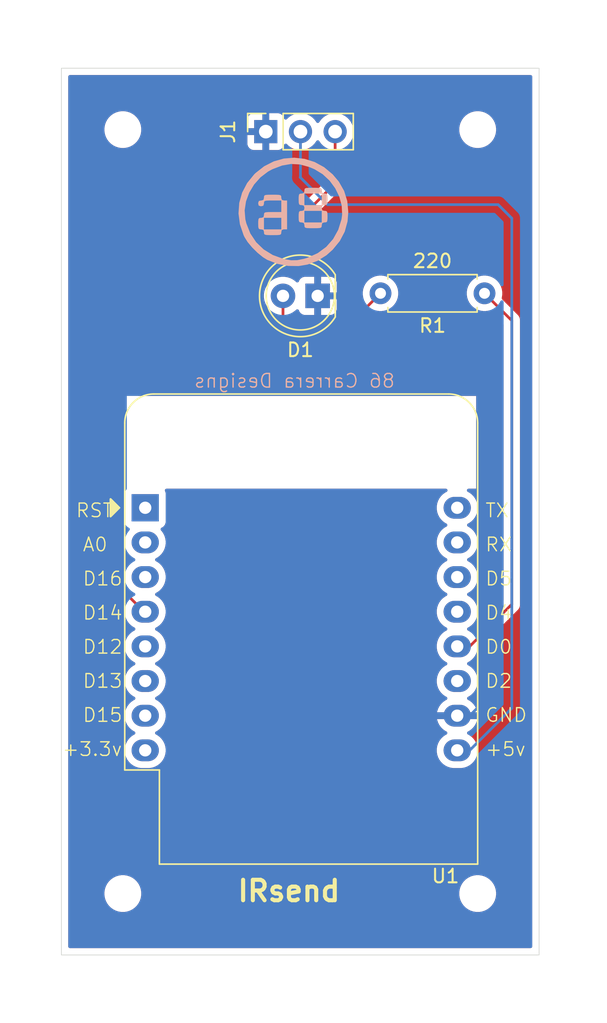
<source format=kicad_pcb>
(kicad_pcb (version 20241229) (generator "pcbnew") (generator_version "9.0")
  (layers (0 "F.Cu" signal) (2 "B.Cu" signal) (13 "F.Paste" user) (15 "B.Paste" user) (5 "F.SilkS" user "F.Silkscreen") (7 "B.SilkS" user "B.Silkscreen") (1 "F.Mask" user) (3 "B.Mask" user) (25 "Edge.Cuts" user))
  (net 0 "")
  (net 1 "GND")
  (net 2 "Net-(D1-A)")
  (net 3 "Net-(J1-Pin_3)")
  (net 4 "Net-(J1-Pin_2)")
  (net 5 "Net-(U1-D0)")
  (footprint "RF_Module:WEMOS_D1_mini_light" (layer "F.Cu") (at 156.14 102.22)
    (property "Reference" "U1" (at 22 27 0) (layer "F.SilkS"))
    (property "Value" "WEMOS_D1_mini_V4")
    (fp_line (start -1.5 19.22) (end -1.5 -6.21) (stroke (width 0.12)) (layer "F.SilkS"))
    (fp_line (start -1.5 19.22) (end 1.04 19.22) (stroke (width 0.12)) (layer "F.SilkS"))
    (fp_line (start 1.04 19.22) (end 1.04 26.12) (stroke (width 0.12)) (layer "F.SilkS"))
    (fp_line (start 1.04 26.12) (end 24.36 26.12) (stroke (width 0.12)) (layer "F.SilkS"))
    (fp_line (start 22.24 -8.34) (end 0.63 -8.34) (stroke (width 0.12)) (layer "F.SilkS"))
    (fp_line (start 24.36 26.12) (end 24.36 -6.21) (stroke (width 0.12)) (layer "F.SilkS"))
    (fp_arc (start -1.5 -6.21) (mid -0.876137 -7.716137) (end 0.63 -8.34) (stroke (width 0.12)) (layer "F.SilkS"))
    (fp_arc (start 22.23 -8.34) (mid 23.736137 -7.716137) (end 24.36 -6.21) (stroke (width 0.12)) (layer "F.SilkS"))
    (fp_poly (pts (xy -2.54 -0.635) (xy -2.54 0.635) (xy -1.905 0)) (stroke (width 0.15)) (fill yes) (layer "F.SilkS"))
    (pad "1" thru_hole rect (at 0 0) (size 2 2) (drill 0.9) (layers "*.Cu" "*.Mask"))
    (pad "2" thru_hole oval (at 0 2.54) (size 2 1.6) (drill 0.9) (layers "*.Cu" "*.Mask"))
    (pad "3" thru_hole oval (at 0 5.08) (size 2 1.6) (drill 0.9) (layers "*.Cu" "*.Mask"))
    (pad "4" thru_hole oval (at 0 7.62) (size 2 1.6) (drill 0.9) (layers "*.Cu" "*.Mask") (net 3 "Net-(J1-Pin_3)"))
    (pad "5" thru_hole oval (at 0 10.16) (size 2 1.6) (drill 0.9) (layers "*.Cu" "*.Mask"))
    (pad "6" thru_hole oval (at 0 12.7) (size 2 1.6) (drill 0.9) (layers "*.Cu" "*.Mask"))
    (pad "7" thru_hole oval (at 0 15.24) (size 2 1.6) (drill 0.9) (layers "*.Cu" "*.Mask"))
    (pad "8" thru_hole oval (at 0 17.78) (size 2 1.6) (drill 0.9) (layers "*.Cu" "*.Mask"))
    (pad "9" thru_hole oval (at 22.86 17.78) (size 2 1.6) (drill 0.9) (layers "*.Cu" "*.Mask") (net 4 "Net-(J1-Pin_2)"))
    (pad "10" thru_hole oval (at 22.86 15.24) (size 2 1.6) (drill 0.9) (layers "*.Cu" "*.Mask") (net 1 "GND"))
    (pad "11" thru_hole oval (at 22.86 12.7) (size 2 1.6) (drill 0.9) (layers "*.Cu" "*.Mask"))
    (pad "12" thru_hole oval (at 22.86 10.16) (size 2 1.6) (drill 0.9) (layers "*.Cu" "*.Mask") (net 5 "Net-(U1-D0)"))
    (pad "13" thru_hole oval (at 22.86 7.62) (size 2 1.6) (drill 0.9) (layers "*.Cu" "*.Mask"))
    (pad "14" thru_hole oval (at 22.86 5.08) (size 2 1.6) (drill 0.9) (layers "*.Cu" "*.Mask"))
    (pad "15" thru_hole oval (at 22.86 2.54) (size 2 1.6) (drill 0.9) (layers "*.Cu" "*.Mask"))
    (pad "16" thru_hole oval (at 22.86 0) (size 2 1.6) (drill 0.9) (layers "*.Cu" "*.Mask"))
    (zone (net 0) (net_name "") (layers "F.Cu" "B.Cu" "Dwgs.User") (name "No Copper") (connect_pads (clearance 0)) (min_thickness 0.25)
      (keepout (tracks not_allowed) (vias not_allowed) (pads not_allowed) (copperpour not_allowed) (footprints not_allowed))
      (fill (thermal_gap 0.5) (thermal_bridge_width 0.5))
      (polygon (pts (xy 154.79 94.02) (xy 180.39 94.02) (xy 180.39 100.82) (xy 154.79 100.82)))
    )
  )
  (footprint "MountingHole:MountingHole_2.2mm_M2_ISO7380" (layer "F.Cu") (at 154.5 130.5)
    (property "Reference" "REF**" (hide yes))
    (property "Value" "MountingHole_2.2mm_M2_ISO7380" (hide yes))
    (pad "" np_thru_hole circle (at 0 0) (size 2.2 2.2) (drill 2.2) (layers "*.Cu" "*.Mask"))
  )
  (footprint "MountingHole:MountingHole_2.2mm_M2_ISO7380" (layer "F.Cu") (at 180.5 74.5)
    (property "Reference" "REF**" (hide yes))
    (property "Value" "MountingHole_2.2mm_M2_ISO7380" (hide yes))
    (pad "" np_thru_hole circle (at 0 0) (size 2.2 2.2) (drill 2.2) (layers "*.Cu" "*.Mask"))
  )
  (footprint "MountingHole:MountingHole_2.2mm_M2_ISO7380" (layer "F.Cu") (at 154.5 74.5)
    (property "Reference" "REF**" (hide yes))
    (property "Value" "MountingHole_2.2mm_M2_ISO7380" (hide yes))
    (pad "" np_thru_hole circle (at 0 0) (size 2.2 2.2) (drill 2.2) (layers "*.Cu" "*.Mask"))
  )
  (footprint "MountingHole:MountingHole_2.2mm_M2_ISO7380" (layer "F.Cu") (at 180.5 130.5)
    (property "Reference" "REF**" (hide yes))
    (property "Value" "MountingHole_2.2mm_M2_ISO7380" (hide yes))
    (pad "" np_thru_hole circle (at 0 0) (size 2.2 2.2) (drill 2.2) (layers "*.Cu" "*.Mask"))
  )
  (footprint "Resistor_THT:R_Axial_DIN0207_L6.3mm_D2.5mm_P7.62mm_Horizontal" (layer "F.Cu") (at 181 86.5 180)
    (property "Reference" "R1" (at 3.81 -2.37 0) (layer "F.SilkS"))
    (property "Value" "220" (at 3.81 2.37 0) (layer "F.SilkS"))
    (fp_line (start 7.08 1.37) (end 7.08 1.04) (stroke (width 0.12)) (layer "F.SilkS"))
    (fp_line (start 7.08 -1.37) (end 7.08 -1.04) (stroke (width 0.12)) (layer "F.SilkS"))
    (fp_line (start 0.54 1.37) (end 7.08 1.37) (stroke (width 0.12)) (layer "F.SilkS"))
    (fp_line (start 0.54 1.04) (end 0.54 1.37) (stroke (width 0.12)) (layer "F.SilkS"))
    (fp_line (start 0.54 -1.04) (end 0.54 -1.37) (stroke (width 0.12)) (layer "F.SilkS"))
    (fp_line (start 0.54 -1.37) (end 7.08 -1.37) (stroke (width 0.12)) (layer "F.SilkS"))
    (pad "1" thru_hole circle (at 0 0 180) (size 1.6 1.6) (drill 0.8) (layers "*.Cu" "*.Mask") (net 5 "Net-(U1-D0)"))
    (pad "2" thru_hole oval (at 7.62 0 180) (size 1.6 1.6) (drill 0.8) (layers "*.Cu" "*.Mask") (net 2 "Net-(D1-A)"))
  )
  (footprint "LED_THT:LED_D5.0mm" (layer "F.Cu") (at 168.775 86.688024 180)
    (property "Reference" "D1" (at 1.27 -3.96 0) (layer "F.SilkS"))
    (property "Value" "LED")
    (fp_line (start -1.29 -1.545) (end -1.29 1.545) (stroke (width 0.12)) (layer "F.SilkS"))
    (fp_arc (start 4.26 0.000048) (mid 2.071756 2.880501) (end -1.29 1.54483) (stroke (width 0.12)) (layer "F.SilkS"))
    (fp_arc (start -1.29 -1.54483) (mid 2.071756 -2.880501) (end 4.26 -0.000048) (stroke (width 0.12)) (layer "F.SilkS"))
    (fp_circle (center 1.27 0) (end 3.77 0) (stroke (width 0.12)) (fill no) (layer "F.SilkS"))
    (pad "1" thru_hole rect (at 0 0 180) (size 1.8 1.8) (drill 0.9) (layers "*.Cu" "*.Mask") (net 1 "GND"))
    (pad "2" thru_hole circle (at 2.54 0 180) (size 1.8 1.8) (drill 0.9) (layers "*.Cu" "*.Mask") (net 2 "Net-(D1-A)"))
  )
  (footprint "Connector_PinSocket_2.54mm:PinSocket_1x03_P2.54mm_Vertical" (layer "F.Cu") (at 164.975 74.648024 90)
    (property "Reference" "J1" (at 0 -2.77 90) (layer "F.SilkS"))
    (property "Value" "Conn_01x03_Pin" (hide yes))
    (fp_line (start 1.33 -1.33) (end 1.33 0) (stroke (width 0.12)) (layer "F.SilkS"))
    (fp_line (start 0 -1.33) (end 1.33 -1.33) (stroke (width 0.12)) (layer "F.SilkS"))
    (fp_line (start 1.33 1.27) (end 1.33 6.41) (stroke (width 0.12)) (layer "F.SilkS"))
    (fp_line (start -1.33 1.27) (end 1.33 1.27) (stroke (width 0.12)) (layer "F.SilkS"))
    (fp_line (start -1.33 1.27) (end -1.33 6.41) (stroke (width 0.12)) (layer "F.SilkS"))
    (fp_line (start -1.33 6.41) (end 1.33 6.41) (stroke (width 0.12)) (layer "F.SilkS"))
    (pad "1" thru_hole rect (at 0 0 90) (size 1.7 1.7) (drill 1) (layers "*.Cu" "*.Mask") (net 1 "GND"))
    (pad "2" thru_hole oval (at 0 2.54 90) (size 1.7 1.7) (drill 1) (layers "*.Cu" "*.Mask") (net 4 "Net-(J1-Pin_2)"))
    (pad "3" thru_hole oval (at 0 5.08 90) (size 1.7 1.7) (drill 1) (layers "*.Cu" "*.Mask") (net 3 "Net-(J1-Pin_3)"))
  )
  (footprint "86CarreraLogo:86CarreraLogo" (layer "B.Cu") (at 167 80.5 180)
    (property "Reference" "G***" (hide yes))
    (property "Value" "LOGO" (hide yes))
    (fp_poly (pts (xy 0.699115 3.879932) (xy 1.439804 3.671204) (xy 2.140869 3.315541) (xy 2.781677 2.812944) (xy 2.876583 2.719556) (xy 3.393461 2.081476) (xy 3.759027 1.379358) (xy 3.970653 0.630199) (xy 4.025713 -0.149006) (xy 3.921578 -0.941261) (xy 3.655622 -1.729568) (xy 3.587058 -1.876517) (xy 3.357086 -2.242673) (xy 3.024134 -2.641884) (xy 2.634632 -3.027515) (xy 2.235008 -3.35293) (xy 1.925206 -3.545759) (xy 1.183091 -3.837597) (xy 0.401282 -3.991541) (xy -0.380095 -4.002912) (xy -1.035936 -3.891144) (xy -1.768792 -3.618611) (xy -2.420838 -3.210877) (xy -2.876584 -2.804221) (xy -3.398331 -2.168787) (xy -3.760167 -1.480442) (xy -3.965537 -0.730855) (xy -4.005277 -0.225285) (xy -3.569574 -0.225285) (xy -3.522962 -0.571275) (xy -3.282353 -1.344814) (xy -2.904802 -2.023555) (xy -2.400201 -2.597047) (xy -1.778439 -3.054838) (xy -1.049407 -3.386476) (xy -0.781936 -3.467811) (xy -0.280372 -3.5701) (xy 0.172915 -3.578122) (xy 0.666225 -3.49212) (xy 0.745633 -3.472038) (xy 1.516355 -3.191123) (xy 2.18062 -2.782127) (xy 2.729769 -2.254093) (xy 3.155143 -1.616066) (xy 3.448083 -0.877088) (xy 3.522961 -0.571275) (xy 3.574097 0.07861) (xy 3.474305 0.73743) (xy 3.238154 1.378285) (xy 2.880214 1.974275) (xy 2.415054 2.498499) (xy 1.857246 2.924057) (xy 1.536095 3.097102) (xy 0.835692 3.364241) (xy 0.176614 3.480427) (xy -0.474292 3.445613) (xy -1.15018 3.259755) (xy -1.545277 3.092807) (xy -2.137223 2.732706) (xy -2.647264 2.258535) (xy -3.060458 1.697972) (xy -3.361868 1.078695) (xy -3.536553 0.428383) (xy -3.569574 -0.225285) (xy -4.005277 -0.225285) (xy -4.019658 -0.042333) (xy -3.944033 0.7656) (xy -3.714862 1.505242) (xy -3.328697 2.184922) (xy -2.876584 2.719556) (xy -2.24725 3.2455) (xy -1.554381 3.62451) (xy -0.81861 3.856585) (xy -0.060567 3.941726)) (fill yes) (layer "B.SilkS"))
    (fp_poly (pts (xy 1.846987 1.22503) (xy 2.036315 1.20919) (xy 2.127651 1.168258) (xy 2.156665 1.090345) (xy 2.158999 1.016001) (xy 2.193969 0.854879) (xy 2.331659 0.805228) (xy 2.370666 0.804334) (xy 2.531788 0.769365) (xy 2.581439 0.631674) (xy 2.582333 0.592667) (xy 2.547363 0.431546) (xy 2.409673 0.381895) (xy 2.370666 0.381001) (xy 2.209544 0.41597) (xy 2.159893 0.553661) (xy 2.158999 0.592667) (xy 2.151085 0.70033) (xy 2.103565 0.763439) (xy 1.980771 0.793885) (xy 1.747033 0.803556) (xy 1.523999 0.804334) (xy 0.888999 0.804334) (xy 0.888999 0.381001) (xy 0.888999 -0.042333) (xy 1.523999 -0.042333) (xy 1.846987 -0.04497) (xy 2.036315 -0.06081) (xy 2.127651 -0.101742) (xy 2.156665 -0.179655) (xy 2.158999 -0.253999) (xy 2.193969 -0.415121) (xy 2.331659 -0.464772) (xy 2.370666 -0.465666) (xy 2.496288 -0.479391) (xy 2.558958 -0.549436) (xy 2.580327 -0.719106) (xy 2.582333 -0.888999) (xy 2.57547 -1.140243) (xy 2.540447 -1.265583) (xy 2.455613 -1.308322) (xy 2.370666 -1.312333) (xy 2.209544 -1.347302) (xy 2.159893 -1.484992) (xy 2.158999 -1.523999) (xy 2.151085 -1.631662) (xy 2.103565 -1.694771) (xy 1.980771 -1.725216) (xy 1.747033 -1.734888) (xy 1.523999 -1.735666) (xy 1.201012 -1.733028) (xy 1.011684 -1.717188) (xy 0.920347 -1.676256) (xy 0.891333 -1.598344) (xy 0.888999 -1.523999) (xy 0.85403 -1.362877) (xy 0.716339 -1.313226) (xy 0.677333 -1.312333) (xy 0.465666 -1.312333) (xy 0.465666 -0.888999) (xy 0.888999 -0.888999) (xy 0.888999 -1.312333) (xy 1.523999 -1.312333) (xy 2.158999 -1.312333) (xy 2.158999 -0.888999) (xy 2.158999 -0.465666) (xy 1.523999 -0.465666) (xy 0.888999 -0.465666) (xy 0.888999 -0.888999) (xy 0.465666 -0.888999) (xy 0.465666 -0.253999) (xy 0.465666 0.804334) (xy 0.677333 0.804334) (xy 0.838454 0.839304) (xy 0.888105 0.976994) (xy 0.888999 1.016001) (xy 0.896913 1.123663) (xy 0.944433 1.186773) (xy 1.067228 1.217218) (xy 1.300966 1.226889) (xy 1.523999 1.227667)) (fill yes) (layer "B.SilkS"))
    (fp_poly (pts (xy -1.116347 1.73303) (xy -0.927019 1.71719) (xy -0.835682 1.676258) (xy -0.806668 1.598345) (xy -0.804334 1.524001) (xy -0.769365 1.362879) (xy -0.631674 1.313228) (xy -0.592667 1.312334) (xy -0.467045 1.298609) (xy -0.404376 1.228564) (xy -0.383006 1.058894) (xy -0.381001 0.889001) (xy -0.387863 0.637757) (xy -0.422886 0.512417) (xy -0.507721 0.469678) (xy -0.592667 0.465667) (xy -0.753789 0.430698) (xy -0.80344 0.293008) (xy -0.804334 0.254001) (xy -0.769365 0.092879) (xy -0.631674 0.043228) (xy -0.592667 0.042334) (xy -0.467045 0.028609) (xy -0.404376 -0.041436) (xy -0.383006 -0.211106) (xy -0.381001 -0.380999) (xy -0.387863 -0.632243) (xy -0.422886 -0.757583) (xy -0.507721 -0.800322) (xy -0.592667 -0.804333) (xy -0.753789 -0.839302) (xy -0.80344 -0.976992) (xy -0.804334 -1.015999) (xy -0.812248 -1.123662) (xy -0.859768 -1.186771) (xy -0.982563 -1.217216) (xy -1.216301 -1.226888) (xy -1.439334 -1.227666) (xy -1.762322 -1.225028) (xy -1.95165 -1.209188) (xy -2.042986 -1.168256) (xy -2.072 -1.090344) (xy -2.074334 -1.015999) (xy -2.109304 -0.854877) (xy -2.246994 -0.805226) (xy -2.286001 -0.804333) (xy -2.411623 -0.790607) (xy -2.474293 -0.720562) (xy -2.495662 -0.550893) (xy -2.497667 -0.380999) (xy -2.074334 -0.380999) (xy -2.074334 -0.804333) (xy -1.439334 -0.804333) (xy -0.804334 -0.804333) (xy -0.804334 -0.380999) (xy -0.804334 0.042334) (xy -1.439334 0.042334) (xy -2.074334 0.042334) (xy -2.074334 -0.380999) (xy -2.497667 -0.380999) (xy -2.490805 -0.129755) (xy -2.455782 -0.004415) (xy -2.370948 0.038324) (xy -2.286001 0.042334) (xy -2.124879 0.077304) (xy -2.075228 0.214994) (xy -2.074334 0.254001) (xy -2.109304 0.415123) (xy -2.246994 0.464774) (xy -2.286001 0.465667) (xy -2.411623 0.479393) (xy -2.474293 0.549438) (xy -2.495662 0.719107) (xy -2.497667 0.889001) (xy -2.074334 0.889001) (xy -2.074334 0.465667) (xy -1.439334 0.465667) (xy -0.804334 0.465667) (xy -0.804334 0.889001) (xy -0.804334 1.312334) (xy -1.439334 1.312334) (xy -2.074334 1.312334) (xy -2.074334 0.889001) (xy -2.497667 0.889001) (xy -2.490805 1.140245) (xy -2.455782 1.265585) (xy -2.370948 1.308324) (xy -2.286001 1.312334) (xy -2.124879 1.347304) (xy -2.075228 1.484994) (xy -2.074334 1.524001) (xy -2.06642 1.631663) (xy -2.0189 1.694773) (xy -1.896106 1.725218) (xy -1.662368 1.734889) (xy -1.439334 1.735667)) (fill yes) (layer "B.SilkS"))
  )
  (gr_rect (start 150 70) (end 185 135) (stroke (width 0.05)) (fill no) (layer "Edge.Cuts"))
  (gr_text "RX" (at 181 105.5 0) (layer "F.SilkS") (effects (font (size 1 1) (thickness 0.1)) (justify left bottom)))
  (gr_text "RST" (at 151 103 0) (layer "F.SilkS") (effects (font (size 1 1) (thickness 0.1)) (justify left bottom)))
  (gr_text "+3.3v" (at 150 120.5 0) (layer "F.SilkS") (effects (font (size 1 1) (thickness 0.1)) (justify left bottom)))
  (gr_text "D0" (at 181 113 0) (layer "F.SilkS") (effects (font (size 1 1) (thickness 0.1)) (justify left bottom)))
  (gr_text "+5v" (at 181 120.5 0) (layer "F.SilkS") (effects (font (size 1 1) (thickness 0.1)) (justify left bottom)))
  (gr_text "D16" (at 151.5 108 0) (layer "F.SilkS") (effects (font (size 1 1) (thickness 0.1)) (justify left bottom)))
  (gr_text "D5" (at 181 108 0) (layer "F.SilkS") (effects (font (size 1 1) (thickness 0.1)) (justify left bottom)))
  (gr_text "A0" (at 151.5 105.5 0) (layer "F.SilkS") (effects (font (size 1 1) (thickness 0.1)) (justify left bottom)))
  (gr_text "D15" (at 151.5 118 0) (layer "F.SilkS") (effects (font (size 1 1) (thickness 0.1)) (justify left bottom)))
  (gr_text "TX" (at 181 103 0) (layer "F.SilkS") (effects (font (size 1 1) (thickness 0.1)) (justify left bottom)))
  (gr_text "D2" (at 181 115.5 0) (layer "F.SilkS") (effects (font (size 1 1) (thickness 0.1)) (justify left bottom)))
  (gr_text "D14" (at 151.5 110.5 0) (layer "F.SilkS") (effects (font (size 1 1) (thickness 0.1)) (justify left bottom)))
  (gr_text "IRsend" (at 162.758214 131.188024 0) (layer "F.SilkS") (effects (font (size 1.5 1.5) (thickness 0.3) (bold yes)) (justify left bottom)))
  (gr_text "D4" (at 181 110.5 0) (layer "F.SilkS") (effects (font (size 1 1) (thickness 0.1)) (justify left bottom)))
  (gr_text "D12" (at 151.5 113 0) (layer "F.SilkS") (effects (font (size 1 1) (thickness 0.1)) (justify left bottom)))
  (gr_text "GND" (at 181 118 0) (layer "F.SilkS") (effects (font (size 1 1) (thickness 0.1)) (justify left bottom)))
  (gr_text "D13" (at 151.5 115.5 0) (layer "F.SilkS") (effects (font (size 1 1) (thickness 0.1)) (justify left bottom)))
  (gr_text "86 Carrera Designs" (at 174.5 93.5 0) (layer "B.SilkS") (effects (font (size 1 1) (thickness 0.1)) (justify left bottom mirror)))
  (segment (start 168.775 86.688024) (end 168.775 81.775) (width 0.2) (layer "B.Cu") (net 1))
  (segment (start 168.775 81.775) (end 164.975 77.975) (width 0.2) (layer "B.Cu") (net 1))
  (segment (start 170.5 91.5) (end 168.775 89.775) (width 0.2) (layer "B.Cu") (net 1))
  (segment (start 182 93.5) (end 180 91.5) (width 0.2) (layer "B.Cu") (net 1))
  (segment (start 179.415 117.96) (end 182 115.375) (width 0.2) (layer "B.Cu") (net 1))
  (segment (start 180 91.5) (end 170.5 91.5) (width 0.2) (layer "B.Cu") (net 1))
  (segment (start 164.975 77.975) (end 164.975 74.648024) (width 0.2) (layer "B.Cu") (net 1))
  (segment (start 168.775 89.775) (end 168.775 86.688024) (width 0.2) (layer "B.Cu") (net 1))
  (segment (start 182 115.375) (end 182 93.5) (width 0.2) (layer "B.Cu") (net 1))
  (segment (start 166.235 86.688024) (end 166.235 88.235) (width 0.2) (layer "F.Cu") (net 2))
  (segment (start 166.235 88.235) (end 167 89) (width 0.2) (layer "F.Cu") (net 2))
  (segment (start 167 89) (end 170.88 89) (width 0.2) (layer "F.Cu") (net 2))
  (segment (start 170.88 89) (end 173.38 86.5) (width 0.2) (layer "F.Cu") (net 2))
  (segment (start 170.055 78.445) (end 154 94.5) (width 0.2) (layer "F.Cu") (net 3))
  (segment (start 154 107.785) (end 156.555 110.34) (width 0.2) (layer "F.Cu") (net 3))
  (segment (start 170.055 74.648024) (end 170.055 78.445) (width 0.2) (layer "F.Cu") (net 3))
  (segment (start 154 94.5) (end 154 107.785) (width 0.2) (layer "F.Cu") (net 3))
  (segment (start 183 81) (end 182 80) (width 0.2) (layer "B.Cu") (net 4))
  (segment (start 183 116.915) (end 183 81) (width 0.2) (layer "B.Cu") (net 4))
  (segment (start 167.515 77.985) (end 167.515 74.648024) (width 0.2) (layer "B.Cu") (net 4))
  (segment (start 179.415 120.5) (end 183 116.915) (width 0.2) (layer "B.Cu") (net 4))
  (segment (start 167.5 78) (end 167.515 77.985) (width 0.2) (layer "B.Cu") (net 4))
  (segment (start 182 80) (end 169.5 80) (width 0.2) (layer "B.Cu") (net 4))
  (segment (start 169.5 80) (end 167.5 78) (width 0.2) (layer "B.Cu") (net 4))
  (segment (start 183 88.5) (end 181 86.5) (width 0.2) (layer "F.Cu") (net 5))
  (segment (start 179.415 112.88) (end 183 109.295) (width 0.2) (layer "F.Cu") (net 5))
  (segment (start 183 109.295) (end 183 88.5) (width 0.2) (layer "F.Cu") (net 5))
  (zone (net 1) (net_name "GND") (layers "F.Cu" "B.Cu") (connect_pads (clearance 0.5)) (min_thickness 0.25) (fill yes (thermal_gap 0.5) (thermal_bridge_width 0.5))
    (polygon (pts (xy 190 65) (xy 190 140) (xy 145.5 140) (xy 146 65)))
  )
)
</source>
